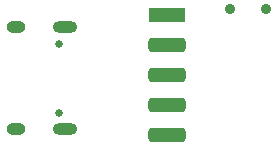
<source format=gbr>
%TF.GenerationSoftware,KiCad,Pcbnew,(6.0.2)*%
%TF.CreationDate,2022-03-29T21:44:57+08:00*%
%TF.ProjectId,CH340-USB-C,43483334-302d-4555-9342-2d432e6b6963,rev?*%
%TF.SameCoordinates,Original*%
%TF.FileFunction,Soldermask,Bot*%
%TF.FilePolarity,Negative*%
%FSLAX46Y46*%
G04 Gerber Fmt 4.6, Leading zero omitted, Abs format (unit mm)*
G04 Created by KiCad (PCBNEW (6.0.2)) date 2022-03-29 21:44:57*
%MOMM*%
%LPD*%
G01*
G04 APERTURE LIST*
G04 Aperture macros list*
%AMRoundRect*
0 Rectangle with rounded corners*
0 $1 Rounding radius*
0 $2 $3 $4 $5 $6 $7 $8 $9 X,Y pos of 4 corners*
0 Add a 4 corners polygon primitive as box body*
4,1,4,$2,$3,$4,$5,$6,$7,$8,$9,$2,$3,0*
0 Add four circle primitives for the rounded corners*
1,1,$1+$1,$2,$3*
1,1,$1+$1,$4,$5*
1,1,$1+$1,$6,$7*
1,1,$1+$1,$8,$9*
0 Add four rect primitives between the rounded corners*
20,1,$1+$1,$2,$3,$4,$5,0*
20,1,$1+$1,$4,$5,$6,$7,0*
20,1,$1+$1,$6,$7,$8,$9,0*
20,1,$1+$1,$8,$9,$2,$3,0*%
G04 Aperture macros list end*
%ADD10C,0.900000*%
%ADD11C,0.650000*%
%ADD12O,2.100000X1.000000*%
%ADD13O,1.600000X1.000000*%
%ADD14R,3.170000X1.200000*%
%ADD15RoundRect,0.300000X-1.285000X0.300000X-1.285000X-0.300000X1.285000X-0.300000X1.285000X0.300000X0*%
G04 APERTURE END LIST*
D10*
%TO.C,SW1*%
X119356000Y-123622000D03*
X116356000Y-123622000D03*
%TD*%
D11*
%TO.C,J1*%
X101862000Y-132430000D03*
X101862000Y-126650000D03*
D12*
X102392000Y-133860000D03*
X102392000Y-125220000D03*
D13*
X98212000Y-133860000D03*
X98212000Y-125220000D03*
%TD*%
D14*
%TO.C,J2*%
X110998000Y-124206000D03*
D15*
X110998000Y-126746000D03*
X110998000Y-129286000D03*
X110998000Y-131826000D03*
X110998000Y-134366000D03*
%TD*%
M02*

</source>
